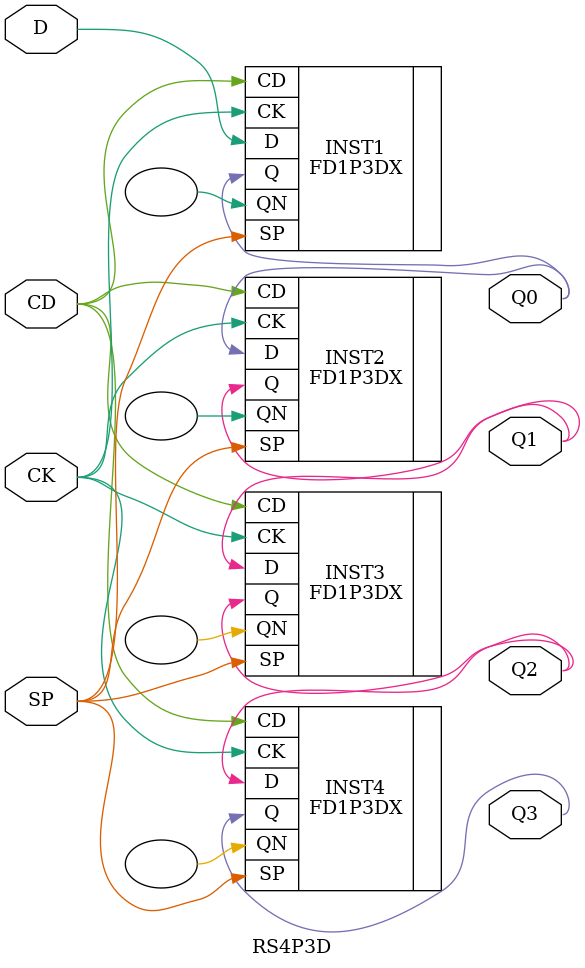
<source format=v>
`resetall
`timescale 1 ns / 100 ps

/* Created by DB2VERILOG Version 1.0.1.1 on Tue May 17 10:57:37 1994 */
/* module compiled from "lsl2db 3.6.4" run */

`celldefine
module RS4P3D (D, SP, CK, CD, Q0, Q1, Q2, Q3);
input  D, SP, CK, CD;
output Q0, Q1, Q2, Q3;
FD1P3DX INST1 (.D(D), .SP(SP), .CK(CK), .CD(CD), .Q(Q0), .QN());
FD1P3DX INST2 (.D(Q0), .SP(SP), .CK(CK), .CD(CD), .Q(Q1), .QN());
FD1P3DX INST3 (.D(Q1), .SP(SP), .CK(CK), .CD(CD), .Q(Q2), .QN());
FD1P3DX INST4 (.D(Q2), .SP(SP), .CK(CK), .CD(CD), .Q(Q3), .QN());

endmodule
`endcelldefine

</source>
